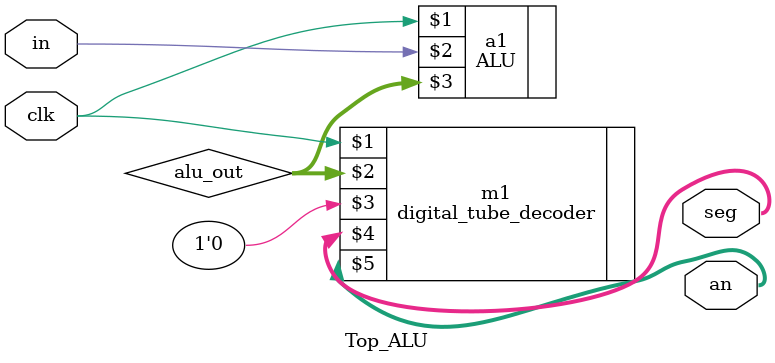
<source format=v>
module Top_ALU(input clk,in,output [0:6]seg,output [3:0] an);

	wire [7:0] alu_out;
	ALU a1(clk,in,alu_out);
	digital_tube_decoder m1(clk,alu_out,1'b0,seg,an);
	
	
endmodule
</source>
